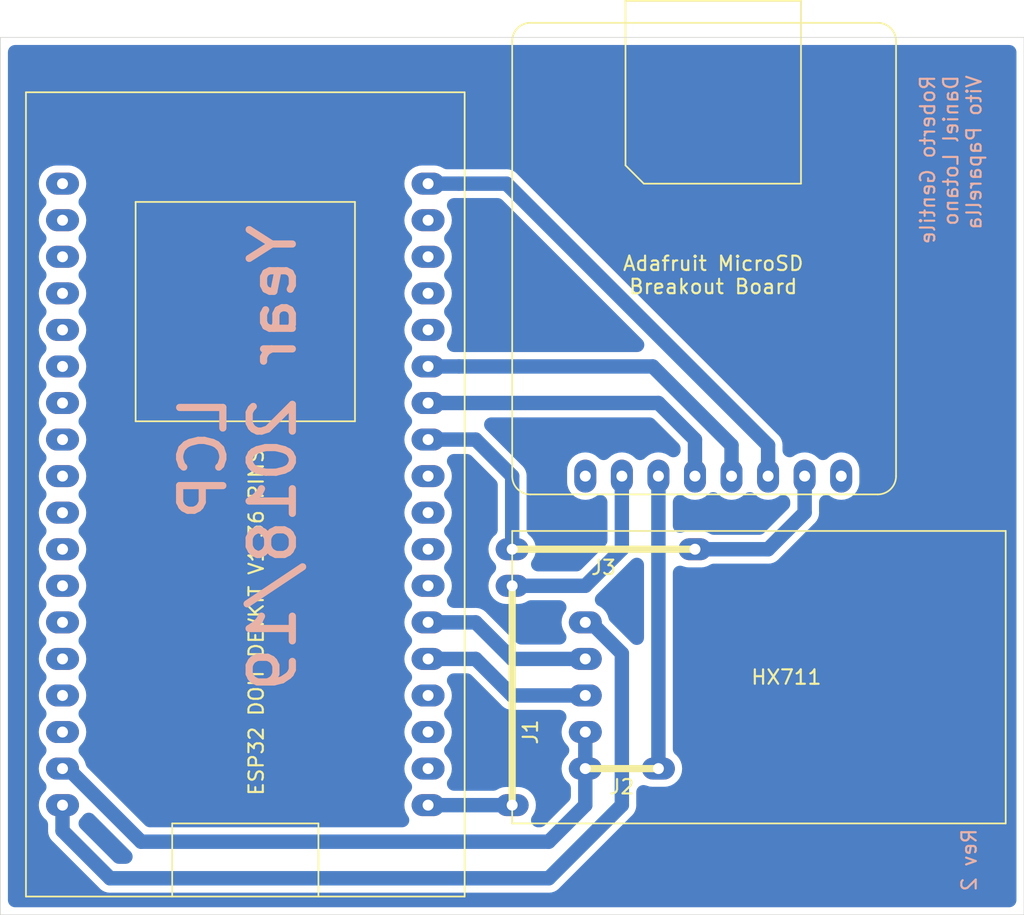
<source format=kicad_pcb>
(kicad_pcb (version 20171130) (host pcbnew "(5.1.0)-1")

  (general
    (thickness 1.6)
    (drawings 16)
    (tracks 41)
    (zones 0)
    (modules 9)
    (nets 42)
  )

  (page A4)
  (layers
    (0 F.Cu signal)
    (31 B.Cu signal)
    (32 B.Adhes user)
    (33 F.Adhes user hide)
    (34 B.Paste user)
    (35 F.Paste user)
    (36 B.SilkS user)
    (37 F.SilkS user)
    (38 B.Mask user hide)
    (39 F.Mask user hide)
    (40 Dwgs.User user hide)
    (41 Cmts.User user hide)
    (42 Eco1.User user hide)
    (43 Eco2.User user hide)
    (44 Edge.Cuts user)
    (45 Margin user hide)
    (46 B.CrtYd user hide)
    (47 F.CrtYd user hide)
    (48 B.Fab user hide)
    (49 F.Fab user hide)
  )

  (setup
    (last_trace_width 1)
    (trace_clearance 0.3)
    (zone_clearance 0.5)
    (zone_45_only no)
    (trace_min 0.2)
    (via_size 0.8)
    (via_drill 0.4)
    (via_min_size 0.4)
    (via_min_drill 0.3)
    (uvia_size 0.3)
    (uvia_drill 0.1)
    (uvias_allowed no)
    (uvia_min_size 0.2)
    (uvia_min_drill 0.1)
    (edge_width 0.05)
    (segment_width 0.2)
    (pcb_text_width 0.3)
    (pcb_text_size 1.5 1.5)
    (mod_edge_width 0.12)
    (mod_text_size 1 1)
    (mod_text_width 0.15)
    (pad_size 1.524 1.524)
    (pad_drill 0.762)
    (pad_to_mask_clearance 0.051)
    (solder_mask_min_width 0.25)
    (aux_axis_origin 101.6 104.14)
    (visible_elements 7FFFFFFF)
    (pcbplotparams
      (layerselection 0x010fc_fffffffe)
      (usegerberextensions false)
      (usegerberattributes false)
      (usegerberadvancedattributes false)
      (creategerberjobfile true)
      (excludeedgelayer true)
      (linewidth 0.100000)
      (plotframeref false)
      (viasonmask false)
      (mode 1)
      (useauxorigin true)
      (hpglpennumber 1)
      (hpglpenspeed 20)
      (hpglpendiameter 15.000000)
      (psnegative false)
      (psa4output false)
      (plotreference false)
      (plotvalue false)
      (plotinvisibletext false)
      (padsonsilk false)
      (subtractmaskfromsilk false)
      (outputformat 1)
      (mirror false)
      (drillshape 0)
      (scaleselection 1)
      (outputdirectory "Gerber_files/"))
  )

  (net 0 "")
  (net 1 "Net-(U1-Pad1)")
  (net 2 "Net-(U1-Pad2)")
  (net 3 "Net-(U1-Pad3)")
  (net 4 "Net-(U1-Pad4)")
  (net 5 "Net-(U1-Pad5)")
  (net 6 "Net-(U1-Pad6)")
  (net 7 "Net-(U1-Pad7)")
  (net 8 "Net-(U1-Pad8)")
  (net 9 "Net-(U1-Pad9)")
  (net 10 "Net-(U1-Pad10)")
  (net 11 "Net-(U1-Pad11)")
  (net 12 "Net-(U1-Pad12)")
  (net 13 "Net-(U1-Pad13)")
  (net 14 "Net-(U1-Pad14)")
  (net 15 "Net-(U1-Pad15)")
  (net 16 "Net-(U1-Pad16)")
  (net 17 GND)
  (net 18 5V)
  (net 19 "Net-(U1-Pad20)")
  (net 20 "Net-(U1-Pad21)")
  (net 21 "Net-(U1-Pad22)")
  (net 22 DT)
  (net 23 SCK)
  (net 24 "Net-(U1-Pad25)")
  (net 25 "Net-(U1-Pad26)")
  (net 26 "Net-(U1-Pad27)")
  (net 27 "Net-(U1-Pad28)")
  (net 28 CLK)
  (net 29 DO)
  (net 30 "Net-(U1-Pad32)")
  (net 31 "Net-(U1-Pad33)")
  (net 32 "Net-(U1-Pad34)")
  (net 33 "Net-(U1-Pad35)")
  (net 34 DI)
  (net 35 "Net-(U3-Pad1)")
  (net 36 "Net-(U3-Pad8)")
  (net 37 3V3_1)
  (net 38 3V3_2)
  (net 39 GND_1)
  (net 40 CS_1)
  (net 41 CS_2)

  (net_class Default "This is the default net class."
    (clearance 0.3)
    (trace_width 1)
    (via_dia 0.8)
    (via_drill 0.4)
    (uvia_dia 0.3)
    (uvia_drill 0.1)
    (add_net 3V3_1)
    (add_net 3V3_2)
    (add_net 5V)
    (add_net CLK)
    (add_net CS_1)
    (add_net CS_2)
    (add_net DI)
    (add_net DO)
    (add_net DT)
    (add_net GND)
    (add_net GND_1)
    (add_net "Net-(U1-Pad1)")
    (add_net "Net-(U1-Pad10)")
    (add_net "Net-(U1-Pad11)")
    (add_net "Net-(U1-Pad12)")
    (add_net "Net-(U1-Pad13)")
    (add_net "Net-(U1-Pad14)")
    (add_net "Net-(U1-Pad15)")
    (add_net "Net-(U1-Pad16)")
    (add_net "Net-(U1-Pad2)")
    (add_net "Net-(U1-Pad20)")
    (add_net "Net-(U1-Pad21)")
    (add_net "Net-(U1-Pad22)")
    (add_net "Net-(U1-Pad25)")
    (add_net "Net-(U1-Pad26)")
    (add_net "Net-(U1-Pad27)")
    (add_net "Net-(U1-Pad28)")
    (add_net "Net-(U1-Pad3)")
    (add_net "Net-(U1-Pad32)")
    (add_net "Net-(U1-Pad33)")
    (add_net "Net-(U1-Pad34)")
    (add_net "Net-(U1-Pad35)")
    (add_net "Net-(U1-Pad4)")
    (add_net "Net-(U1-Pad5)")
    (add_net "Net-(U1-Pad6)")
    (add_net "Net-(U1-Pad7)")
    (add_net "Net-(U1-Pad8)")
    (add_net "Net-(U1-Pad9)")
    (add_net "Net-(U3-Pad1)")
    (add_net "Net-(U3-Pad8)")
    (add_net SCK)
  )

  (module ESP32-DEVKIT-V1:ESP32-DEVKIT-V1 (layer F.Cu) (tedit 5D15BA6F) (tstamp 5D160E09)
    (at 118.618 73.66)
    (path /5D15D0E4)
    (fp_text reference U1 (at 0 0) (layer F.SilkS) hide
      (effects (font (size 1 1) (thickness 0.15)))
    )
    (fp_text value ESP32 (at 0 -1.778) (layer F.Fab)
      (effects (font (size 1 1) (thickness 0.15)))
    )
    (fp_line (start -15.24 -26.67) (end 15.24 -26.67) (layer F.SilkS) (width 0.12))
    (fp_line (start 15.24 -26.67) (end 15.24 29.21) (layer F.SilkS) (width 0.12))
    (fp_line (start 15.24 29.21) (end -15.24 29.21) (layer F.SilkS) (width 0.12))
    (fp_line (start -15.24 29.21) (end -15.24 -26.67) (layer F.SilkS) (width 0.12))
    (fp_line (start -5.08 29.21) (end -5.08 24.13) (layer F.SilkS) (width 0.12))
    (fp_line (start -5.08 24.13) (end 5.08 24.13) (layer F.SilkS) (width 0.12))
    (fp_line (start 5.08 24.13) (end 5.08 29.21) (layer F.SilkS) (width 0.12))
    (fp_line (start -7.62 -19.05) (end -7.62 -3.81) (layer F.SilkS) (width 0.12))
    (fp_line (start -7.62 -3.81) (end 7.62 -3.81) (layer F.SilkS) (width 0.12))
    (fp_line (start 7.62 -3.81) (end 7.62 -19.05) (layer F.SilkS) (width 0.12))
    (fp_line (start 7.62 -19.05) (end -7.62 -19.05) (layer F.SilkS) (width 0.12))
    (pad 1 thru_hole oval (at -12.7 -20.32) (size 2.286 1.524) (drill 0.762) (layers *.Cu *.Mask)
      (net 1 "Net-(U1-Pad1)"))
    (pad 2 thru_hole oval (at -12.7 -17.78) (size 2.286 1.524) (drill 0.762) (layers *.Cu *.Mask)
      (net 2 "Net-(U1-Pad2)"))
    (pad 3 thru_hole oval (at -12.7 -15.24) (size 2.286 1.524) (drill 0.762) (layers *.Cu *.Mask)
      (net 3 "Net-(U1-Pad3)"))
    (pad 4 thru_hole oval (at -12.7 -12.7) (size 2.286 1.524) (drill 0.762) (layers *.Cu *.Mask)
      (net 4 "Net-(U1-Pad4)"))
    (pad 5 thru_hole oval (at -12.7 -10.16) (size 2.286 1.524) (drill 0.762) (layers *.Cu *.Mask)
      (net 5 "Net-(U1-Pad5)"))
    (pad 6 thru_hole oval (at -12.7 -7.62) (size 2.286 1.524) (drill 0.762) (layers *.Cu *.Mask)
      (net 6 "Net-(U1-Pad6)"))
    (pad 7 thru_hole oval (at -12.7 -5.08) (size 2.286 1.524) (drill 0.762) (layers *.Cu *.Mask)
      (net 7 "Net-(U1-Pad7)"))
    (pad 8 thru_hole oval (at -12.7 -2.54) (size 2.286 1.524) (drill 0.762) (layers *.Cu *.Mask)
      (net 8 "Net-(U1-Pad8)"))
    (pad 9 thru_hole oval (at -12.7 0) (size 2.286 1.524) (drill 0.762) (layers *.Cu *.Mask)
      (net 9 "Net-(U1-Pad9)"))
    (pad 10 thru_hole oval (at -12.7 2.54) (size 2.286 1.524) (drill 0.762) (layers *.Cu *.Mask)
      (net 10 "Net-(U1-Pad10)"))
    (pad 11 thru_hole oval (at -12.7 5.08) (size 2.286 1.524) (drill 0.762) (layers *.Cu *.Mask)
      (net 11 "Net-(U1-Pad11)"))
    (pad 12 thru_hole oval (at -12.7 7.62) (size 2.286 1.524) (drill 0.762) (layers *.Cu *.Mask)
      (net 12 "Net-(U1-Pad12)"))
    (pad 13 thru_hole oval (at -12.7 10.16) (size 2.286 1.524) (drill 0.762) (layers *.Cu *.Mask)
      (net 13 "Net-(U1-Pad13)"))
    (pad 14 thru_hole oval (at -12.7 12.7) (size 2.286 1.524) (drill 0.762) (layers *.Cu *.Mask)
      (net 14 "Net-(U1-Pad14)"))
    (pad 15 thru_hole oval (at -12.7 15.24) (size 2.286 1.524) (drill 0.762) (layers *.Cu *.Mask)
      (net 15 "Net-(U1-Pad15)"))
    (pad 16 thru_hole oval (at -12.7 17.78) (size 2.286 1.524) (drill 0.762) (layers *.Cu *.Mask)
      (net 16 "Net-(U1-Pad16)"))
    (pad 17 thru_hole oval (at -12.7 20.32) (size 2.286 1.524) (drill 0.762) (layers *.Cu *.Mask)
      (net 17 GND))
    (pad 18 thru_hole oval (at -12.7 22.86) (size 2.286 1.524) (drill 0.762) (layers *.Cu *.Mask)
      (net 18 5V))
    (pad 19 thru_hole oval (at 12.7 22.86) (size 2.286 1.524) (drill 0.762) (layers *.Cu *.Mask)
      (net 38 3V3_2))
    (pad 20 thru_hole oval (at 12.7 20.32) (size 2.286 1.524) (drill 0.762) (layers *.Cu *.Mask)
      (net 19 "Net-(U1-Pad20)"))
    (pad 21 thru_hole oval (at 12.7 17.78) (size 2.286 1.524) (drill 0.762) (layers *.Cu *.Mask)
      (net 20 "Net-(U1-Pad21)"))
    (pad 22 thru_hole oval (at 12.7 15.24) (size 2.286 1.524) (drill 0.762) (layers *.Cu *.Mask)
      (net 21 "Net-(U1-Pad22)"))
    (pad 23 thru_hole oval (at 12.7 12.7) (size 2.286 1.524) (drill 0.762) (layers *.Cu *.Mask)
      (net 22 DT))
    (pad 24 thru_hole oval (at 12.7 10.16) (size 2.286 1.524) (drill 0.762) (layers *.Cu *.Mask)
      (net 23 SCK))
    (pad 25 thru_hole oval (at 12.7 7.62) (size 2.286 1.524) (drill 0.762) (layers *.Cu *.Mask)
      (net 24 "Net-(U1-Pad25)"))
    (pad 26 thru_hole oval (at 12.7 5.08) (size 2.286 1.524) (drill 0.762) (layers *.Cu *.Mask)
      (net 25 "Net-(U1-Pad26)"))
    (pad 27 thru_hole oval (at 12.7 2.54) (size 2.286 1.524) (drill 0.762) (layers *.Cu *.Mask)
      (net 26 "Net-(U1-Pad27)"))
    (pad 28 thru_hole oval (at 12.7 0) (size 2.286 1.524) (drill 0.762) (layers *.Cu *.Mask)
      (net 27 "Net-(U1-Pad28)"))
    (pad 29 thru_hole oval (at 12.7 -2.54) (size 2.286 1.524) (drill 0.762) (layers *.Cu *.Mask)
      (net 41 CS_2))
    (pad 30 thru_hole oval (at 12.7 -5.08) (size 2.286 1.524) (drill 0.762) (layers *.Cu *.Mask)
      (net 28 CLK))
    (pad 31 thru_hole oval (at 12.7 -7.62) (size 2.286 1.524) (drill 0.762) (layers *.Cu *.Mask)
      (net 29 DO))
    (pad 32 thru_hole oval (at 12.7 -10.16) (size 2.286 1.524) (drill 0.762) (layers *.Cu *.Mask)
      (net 30 "Net-(U1-Pad32)"))
    (pad 33 thru_hole oval (at 12.7 -12.7) (size 2.286 1.524) (drill 0.762) (layers *.Cu *.Mask)
      (net 31 "Net-(U1-Pad33)"))
    (pad 34 thru_hole oval (at 12.7 -15.24) (size 2.286 1.524) (drill 0.762) (layers *.Cu *.Mask)
      (net 32 "Net-(U1-Pad34)"))
    (pad 35 thru_hole oval (at 12.7 -17.78) (size 2.286 1.524) (drill 0.762) (layers *.Cu *.Mask)
      (net 33 "Net-(U1-Pad35)"))
    (pad 36 thru_hole oval (at 12.7 -20.32) (size 2.286 1.524) (drill 0.762) (layers *.Cu *.Mask)
      (net 34 DI))
  )

  (module ESP32-DEVKIT-V1:HX711 (layer F.Cu) (tedit 5D15BA48) (tstamp 5D160E15)
    (at 154.94 88.9 180)
    (path /5D15E078)
    (fp_text reference U2 (at 0.254 2.286 180) (layer F.SilkS) hide
      (effects (font (size 1 1) (thickness 0.15)))
    )
    (fp_text value HX711 (at -0.039199 -0.117799 180) (layer F.Fab)
      (effects (font (size 1 1) (thickness 0.15)))
    )
    (fp_line (start 17.78 -8.89) (end 17.78 11.43) (layer F.SilkS) (width 0.12))
    (fp_line (start 17.78 -8.89) (end -16.51 -8.89) (layer F.SilkS) (width 0.12))
    (fp_line (start -16.51 -8.89) (end -16.51 11.43) (layer F.SilkS) (width 0.12))
    (fp_line (start -16.51 11.43) (end 17.78 11.43) (layer F.SilkS) (width 0.12))
    (pad 1 thru_hole oval (at 12.7 -2.54 180) (size 2.286 1.524) (drill 0.762) (layers *.Cu *.Mask)
      (net 17 GND))
    (pad 2 thru_hole oval (at 12.7 0 180) (size 2.286 1.524) (drill 0.762) (layers *.Cu *.Mask)
      (net 22 DT))
    (pad 3 thru_hole oval (at 12.7 2.54 180) (size 2.286 1.524) (drill 0.762) (layers *.Cu *.Mask)
      (net 23 SCK))
    (pad 4 thru_hole oval (at 12.7 5.08 180) (size 2.286 1.524) (drill 0.762) (layers *.Cu *.Mask)
      (net 18 5V))
  )

  (module ESP32-DEVKIT-V1:MICRO-SD-BOARD (layer F.Cu) (tedit 5D15BA5D) (tstamp 5D160E2E)
    (at 152.4 58.42 270)
    (path /5D15E701)
    (fp_text reference U3 (at 1.778 1.016 270) (layer F.SilkS) hide
      (effects (font (size 1 1) (thickness 0.15)))
    )
    (fp_text value MICRO-SD-BOARD (at 2.032 -1.016 270) (layer F.Fab)
      (effects (font (size 1 1) (thickness 0.15)))
    )
    (fp_line (start 16.51 -10.16) (end 16.51 13.97) (layer F.SilkS) (width 0.12))
    (fp_line (start 15.24 15.24) (end -14.986 15.24) (layer F.SilkS) (width 0.12))
    (fp_line (start -16.256 13.97) (end -16.256 -10.16) (layer F.SilkS) (width 0.12))
    (fp_line (start -14.986 -11.43) (end 15.24 -11.43) (layer F.SilkS) (width 0.12))
    (fp_line (start -17.78 -4.826) (end -17.78 7.366) (layer F.SilkS) (width 0.12))
    (fp_line (start -17.78 7.366) (end -6.35 7.366) (layer F.SilkS) (width 0.12))
    (fp_line (start -5.08 6.096) (end -5.08 -4.826) (layer F.SilkS) (width 0.12))
    (fp_line (start -5.08 -4.826) (end -17.78 -4.826) (layer F.SilkS) (width 0.12))
    (fp_line (start -5.08 6.096) (end -6.35 7.366) (layer F.SilkS) (width 0.12))
    (fp_arc (start -14.986 -10.16) (end -14.986 -11.43) (angle -90) (layer F.SilkS) (width 0.12))
    (fp_arc (start -14.986 13.97) (end -16.256 13.97) (angle -90) (layer F.SilkS) (width 0.12))
    (fp_arc (start 15.24 13.97) (end 15.24 15.24) (angle -90) (layer F.SilkS) (width 0.12))
    (fp_arc (start 15.24 -10.16) (end 16.51 -10.16) (angle -90) (layer F.SilkS) (width 0.12))
    (pad 1 thru_hole oval (at 15.24 -7.62 270) (size 2.286 1.524) (drill 0.762) (layers *.Cu *.Mask)
      (net 35 "Net-(U3-Pad1)"))
    (pad 2 thru_hole oval (at 15.24 -5.08 270) (size 2.286 1.524) (drill 0.762) (layers *.Cu *.Mask)
      (net 40 CS_1))
    (pad 3 thru_hole oval (at 15.24 -2.54 270) (size 2.286 1.524) (drill 0.762) (layers *.Cu *.Mask)
      (net 34 DI))
    (pad 4 thru_hole oval (at 15.24 0 270) (size 2.286 1.524) (drill 0.762) (layers *.Cu *.Mask)
      (net 29 DO))
    (pad 5 thru_hole oval (at 15.24 2.54 270) (size 2.286 1.524) (drill 0.762) (layers *.Cu *.Mask)
      (net 28 CLK))
    (pad 6 thru_hole oval (at 15.24 5.08 270) (size 2.286 1.524) (drill 0.762) (layers *.Cu *.Mask)
      (net 39 GND_1))
    (pad 7 thru_hole oval (at 15.24 7.62 270) (size 2.286 1.524) (drill 0.762) (layers *.Cu *.Mask)
      (net 37 3V3_1))
    (pad 8 thru_hole oval (at 15.24 10.16 270) (size 2.286 1.524) (drill 0.762) (layers *.Cu *.Mask)
      (net 36 "Net-(U3-Pad8)"))
  )

  (module ESP32-DEVKIT-V1:PAD (layer F.Cu) (tedit 5D15C3EF) (tstamp 5D161364)
    (at 137.16 81.28)
    (path /5D164CF7)
    (fp_text reference J1 (at 0 -2.54) (layer F.SilkS) hide
      (effects (font (size 1 1) (thickness 0.15)))
    )
    (fp_text value HEADER-1x01 (at 0 -3.81) (layer F.Fab) hide
      (effects (font (size 1 1) (thickness 0.15)))
    )
    (pad 1 thru_hole oval (at 0 0) (size 2.286 1.524) (drill 0.762) (layers *.Cu *.Mask)
      (net 37 3V3_1))
  )

  (module ESP32-DEVKIT-V1:PAD (layer F.Cu) (tedit 5D15C3EF) (tstamp 5D161369)
    (at 137.16 96.52)
    (path /5D166180)
    (fp_text reference J2 (at 0 -2.54) (layer F.SilkS) hide
      (effects (font (size 1 1) (thickness 0.15)))
    )
    (fp_text value HEADER-1x01 (at 0 -3.81) (layer F.Fab) hide
      (effects (font (size 1 1) (thickness 0.15)))
    )
    (pad 1 thru_hole oval (at 0 0) (size 2.286 1.524) (drill 0.762) (layers *.Cu *.Mask)
      (net 38 3V3_2))
  )

  (module ESP32-DEVKIT-V1:PAD (layer F.Cu) (tedit 5D15C3EF) (tstamp 5D16136E)
    (at 147.32 93.98)
    (path /5D1662E9)
    (fp_text reference J3 (at 0 -2.54) (layer F.SilkS) hide
      (effects (font (size 1 1) (thickness 0.15)))
    )
    (fp_text value HEADER-1x01 (at 0 -3.81) (layer F.Fab) hide
      (effects (font (size 1 1) (thickness 0.15)))
    )
    (pad 1 thru_hole oval (at 0 0) (size 2.286 1.524) (drill 0.762) (layers *.Cu *.Mask)
      (net 39 GND_1))
  )

  (module ESP32-DEVKIT-V1:PAD (layer F.Cu) (tedit 5D15C3EF) (tstamp 5D161373)
    (at 142.24 93.98)
    (path /5D1664C0)
    (fp_text reference J4 (at 0 -2.54) (layer F.SilkS) hide
      (effects (font (size 1 1) (thickness 0.15)))
    )
    (fp_text value HEADER-1x01 (at 0 -3.81) (layer F.Fab) hide
      (effects (font (size 1 1) (thickness 0.15)))
    )
    (pad 1 thru_hole oval (at 0 0) (size 2.286 1.524) (drill 0.762) (layers *.Cu *.Mask)
      (net 17 GND))
  )

  (module ESP32-DEVKIT-V1:PAD (layer F.Cu) (tedit 5D15C3EF) (tstamp 5D161414)
    (at 149.86 78.74)
    (path /5D1692C2)
    (fp_text reference J5 (at 0 -2.54) (layer F.SilkS) hide
      (effects (font (size 1 1) (thickness 0.15)))
    )
    (fp_text value HEADER-1x01 (at 0 -3.81) (layer F.Fab) hide
      (effects (font (size 1 1) (thickness 0.15)))
    )
    (pad 1 thru_hole oval (at 0 0) (size 2.286 1.524) (drill 0.762) (layers *.Cu *.Mask)
      (net 40 CS_1))
  )

  (module ESP32-DEVKIT-V1:PAD (layer F.Cu) (tedit 5D15C3EF) (tstamp 5D161419)
    (at 137.16 78.74)
    (path /5D1693EA)
    (fp_text reference J6 (at 0 -2.54) (layer F.SilkS) hide
      (effects (font (size 1 1) (thickness 0.15)))
    )
    (fp_text value HEADER-1x01 (at 0 -3.81) (layer F.Fab) hide
      (effects (font (size 1 1) (thickness 0.15)))
    )
    (pad 1 thru_hole oval (at 0 0) (size 2.286 1.524) (drill 0.762) (layers *.Cu *.Mask)
      (net 41 CS_2))
  )

  (gr_text J3 (at 143.51 80.01) (layer F.SilkS)
    (effects (font (size 1 1) (thickness 0.15)))
  )
  (gr_text J2 (at 144.78 95.25) (layer F.SilkS)
    (effects (font (size 1 1) (thickness 0.15)))
  )
  (gr_text J1 (at 138.43 91.44 90) (layer F.SilkS)
    (effects (font (size 1 1) (thickness 0.15)))
  )
  (gr_text HX711 (at 156.21 87.63) (layer F.SilkS)
    (effects (font (size 1 1) (thickness 0.15)))
  )
  (gr_text "Adafruit MicroSD\nBreakout Board" (at 151.13 59.69) (layer F.SilkS)
    (effects (font (size 1 1) (thickness 0.15)))
  )
  (gr_text "ESP32 DOIT DEVKIT V1 36 PINS" (at 119.38 83.82 90) (layer F.SilkS)
    (effects (font (size 1 1) (thickness 0.15)))
  )
  (gr_text "Rev 2" (at 168.91 100.33 90) (layer B.SilkS)
    (effects (font (size 1 1) (thickness 0.15)) (justify mirror))
  )
  (gr_text "Roberto Gentile\nDaniel Lotano\nVito Paparella" (at 167.64 45.72 90) (layer B.SilkS)
    (effects (font (size 1 1) (thickness 0.15)) (justify left mirror))
  )
  (gr_text "LCP\nYear 2018/19" (at 118.11 72.39 90) (layer B.SilkS)
    (effects (font (size 3 3) (thickness 0.5)) (justify mirror))
  )
  (gr_line (start 142.24 93.98) (end 147.32 93.98) (layer F.SilkS) (width 0.5))
  (gr_line (start 101.6 104.14) (end 101.6 43.18) (layer Edge.Cuts) (width 0.05) (tstamp 5D161641))
  (gr_line (start 172.72 104.14) (end 101.6 104.14) (layer Edge.Cuts) (width 0.05))
  (gr_line (start 172.72 43.18) (end 172.72 104.14) (layer Edge.Cuts) (width 0.05))
  (gr_line (start 101.6 43.18) (end 172.72 43.18) (layer Edge.Cuts) (width 0.05))
  (gr_line (start 137.16 81.28) (end 137.16 96.52) (layer F.SilkS) (width 0.5))
  (gr_line (start 149.86 78.74) (end 137.16 78.74) (layer F.SilkS) (width 0.5))

  (segment (start 106.299 93.98) (end 105.918 93.98) (width 1) (layer F.Cu) (net 17))
  (segment (start 111.379 99.06) (end 106.299 93.98) (width 1) (layer B.Cu) (net 17))
  (segment (start 139.7 99.06) (end 111.379 99.06) (width 1) (layer B.Cu) (net 17))
  (segment (start 142.24 91.44) (end 142.24 96.52) (width 1) (layer B.Cu) (net 17))
  (segment (start 142.24 96.52) (end 139.7 99.06) (width 1) (layer B.Cu) (net 17))
  (segment (start 105.918 98.298) (end 105.918 96.52) (width 1) (layer B.Cu) (net 18))
  (segment (start 142.621 83.82) (end 144.78 85.979) (width 1) (layer B.Cu) (net 18))
  (segment (start 142.24 83.82) (end 142.621 83.82) (width 1) (layer F.Cu) (net 18))
  (segment (start 144.78 85.979) (end 144.78 96.52) (width 1) (layer B.Cu) (net 18))
  (segment (start 144.78 96.52) (end 139.7 101.6) (width 1) (layer B.Cu) (net 18))
  (segment (start 139.7 101.6) (end 109.22 101.6) (width 1) (layer B.Cu) (net 18))
  (segment (start 109.22 101.6) (end 105.918 98.298) (width 1) (layer B.Cu) (net 18))
  (segment (start 142.24 88.9) (end 137.16 88.9) (width 1) (layer B.Cu) (net 22))
  (segment (start 137.16 88.9) (end 134.62 86.36) (width 1) (layer B.Cu) (net 22))
  (segment (start 134.62 86.36) (end 131.318 86.36) (width 1) (layer B.Cu) (net 22))
  (segment (start 142.24 86.36) (end 141.859 86.36) (width 1) (layer F.Cu) (net 23))
  (segment (start 142.24 86.36) (end 137.16 86.36) (width 1) (layer B.Cu) (net 23))
  (segment (start 137.16 86.36) (end 134.62 83.82) (width 1) (layer B.Cu) (net 23))
  (segment (start 134.62 83.82) (end 131.318 83.82) (width 1) (layer B.Cu) (net 23))
  (segment (start 149.86 73.66) (end 149.86 71.12) (width 1) (layer B.Cu) (net 28))
  (segment (start 149.86 71.12) (end 147.32 68.58) (width 1) (layer B.Cu) (net 28))
  (segment (start 147.32 68.58) (end 131.318 68.58) (width 1) (layer B.Cu) (net 28))
  (segment (start 133.461 66.04) (end 131.318 66.04) (width 1) (layer B.Cu) (net 29))
  (segment (start 146.923 66.04) (end 133.461 66.04) (width 1) (layer B.Cu) (net 29))
  (segment (start 152.4 71.517) (end 146.923 66.04) (width 1) (layer B.Cu) (net 29))
  (segment (start 152.4 73.66) (end 152.4 71.517) (width 1) (layer B.Cu) (net 29))
  (segment (start 133.461 53.34) (end 131.318 53.34) (width 1) (layer B.Cu) (net 34))
  (segment (start 136.763 53.34) (end 133.461 53.34) (width 1) (layer B.Cu) (net 34))
  (segment (start 154.94 71.517) (end 136.763 53.34) (width 1) (layer B.Cu) (net 34))
  (segment (start 154.94 73.66) (end 154.94 71.517) (width 1) (layer B.Cu) (net 34))
  (segment (start 142.24 81.28) (end 137.16 81.28) (width 1) (layer B.Cu) (net 37))
  (segment (start 144.78 73.66) (end 144.78 78.74) (width 1) (layer B.Cu) (net 37))
  (segment (start 144.78 78.74) (end 142.24 81.28) (width 1) (layer B.Cu) (net 37))
  (segment (start 137.16 96.52) (end 131.318 96.52) (width 1) (layer B.Cu) (net 38))
  (segment (start 147.32 73.66) (end 147.32 93.98) (width 1) (layer B.Cu) (net 39))
  (segment (start 154.94 78.74) (end 149.86 78.74) (width 1) (layer B.Cu) (net 40))
  (segment (start 157.48 73.66) (end 157.48 76.2) (width 1) (layer B.Cu) (net 40))
  (segment (start 157.48 76.2) (end 154.94 78.74) (width 1) (layer B.Cu) (net 40))
  (segment (start 137.16 78.74) (end 137.16 73.66) (width 1) (layer B.Cu) (net 41))
  (segment (start 137.16 73.66) (end 134.62 71.12) (width 1) (layer B.Cu) (net 41))
  (segment (start 134.62 71.12) (end 131.318 71.12) (width 1) (layer B.Cu) (net 41))

  (zone (net 0) (net_name "") (layer B.Cu) (tstamp 5D1616C1) (hatch edge 0.508)
    (connect_pads (clearance 0.5))
    (min_thickness 1)
    (fill yes (arc_segments 32) (thermal_gap 1.1) (thermal_bridge_width 1.1))
    (polygon
      (pts
        (xy 101.6 43.18) (xy 172.72 43.18) (xy 172.72 104.14) (xy 101.6 104.14)
      )
    )
    (filled_polygon
      (pts
        (xy 171.695001 103.115) (xy 102.625 103.115) (xy 102.625 53.34) (xy 103.766475 53.34) (xy 103.800495 53.685412)
        (xy 103.901248 54.017551) (xy 104.064862 54.323651) (xy 104.28505 54.59195) (xy 104.307044 54.61) (xy 104.28505 54.62805)
        (xy 104.064862 54.896349) (xy 103.901248 55.202449) (xy 103.800495 55.534588) (xy 103.766475 55.88) (xy 103.800495 56.225412)
        (xy 103.901248 56.557551) (xy 104.064862 56.863651) (xy 104.28505 57.13195) (xy 104.307044 57.15) (xy 104.28505 57.16805)
        (xy 104.064862 57.436349) (xy 103.901248 57.742449) (xy 103.800495 58.074588) (xy 103.766475 58.42) (xy 103.800495 58.765412)
        (xy 103.901248 59.097551) (xy 104.064862 59.403651) (xy 104.28505 59.67195) (xy 104.307044 59.69) (xy 104.28505 59.70805)
        (xy 104.064862 59.976349) (xy 103.901248 60.282449) (xy 103.800495 60.614588) (xy 103.766475 60.96) (xy 103.800495 61.305412)
        (xy 103.901248 61.637551) (xy 104.064862 61.943651) (xy 104.28505 62.21195) (xy 104.307044 62.23) (xy 104.28505 62.24805)
        (xy 104.064862 62.516349) (xy 103.901248 62.822449) (xy 103.800495 63.154588) (xy 103.766475 63.5) (xy 103.800495 63.845412)
        (xy 103.901248 64.177551) (xy 104.064862 64.483651) (xy 104.28505 64.75195) (xy 104.307044 64.77) (xy 104.28505 64.78805)
        (xy 104.064862 65.056349) (xy 103.901248 65.362449) (xy 103.800495 65.694588) (xy 103.766475 66.04) (xy 103.800495 66.385412)
        (xy 103.901248 66.717551) (xy 104.064862 67.023651) (xy 104.28505 67.29195) (xy 104.307044 67.31) (xy 104.28505 67.32805)
        (xy 104.064862 67.596349) (xy 103.901248 67.902449) (xy 103.800495 68.234588) (xy 103.766475 68.58) (xy 103.800495 68.925412)
        (xy 103.901248 69.257551) (xy 104.064862 69.563651) (xy 104.28505 69.83195) (xy 104.307044 69.85) (xy 104.28505 69.86805)
        (xy 104.064862 70.136349) (xy 103.901248 70.442449) (xy 103.800495 70.774588) (xy 103.766475 71.12) (xy 103.800495 71.465412)
        (xy 103.901248 71.797551) (xy 104.064862 72.103651) (xy 104.28505 72.37195) (xy 104.307044 72.39) (xy 104.28505 72.40805)
        (xy 104.064862 72.676349) (xy 103.901248 72.982449) (xy 103.800495 73.314588) (xy 103.766475 73.66) (xy 103.800495 74.005412)
        (xy 103.901248 74.337551) (xy 104.064862 74.643651) (xy 104.28505 74.91195) (xy 104.307044 74.93) (xy 104.28505 74.94805)
        (xy 104.064862 75.216349) (xy 103.901248 75.522449) (xy 103.800495 75.854588) (xy 103.766475 76.2) (xy 103.800495 76.545412)
        (xy 103.901248 76.877551) (xy 104.064862 77.183651) (xy 104.28505 77.45195) (xy 104.307044 77.47) (xy 104.28505 77.48805)
        (xy 104.064862 77.756349) (xy 103.901248 78.062449) (xy 103.800495 78.394588) (xy 103.766475 78.74) (xy 103.800495 79.085412)
        (xy 103.901248 79.417551) (xy 104.064862 79.723651) (xy 104.28505 79.99195) (xy 104.307044 80.01) (xy 104.28505 80.02805)
        (xy 104.064862 80.296349) (xy 103.901248 80.602449) (xy 103.800495 80.934588) (xy 103.766475 81.28) (xy 103.800495 81.625412)
        (xy 103.901248 81.957551) (xy 104.064862 82.263651) (xy 104.28505 82.53195) (xy 104.307044 82.55) (xy 104.28505 82.56805)
        (xy 104.064862 82.836349) (xy 103.901248 83.142449) (xy 103.800495 83.474588) (xy 103.766475 83.82) (xy 103.800495 84.165412)
        (xy 103.901248 84.497551) (xy 104.064862 84.803651) (xy 104.28505 85.07195) (xy 104.307044 85.09) (xy 104.28505 85.10805)
        (xy 104.064862 85.376349) (xy 103.901248 85.682449) (xy 103.800495 86.014588) (xy 103.766475 86.36) (xy 103.800495 86.705412)
        (xy 103.901248 87.037551) (xy 104.064862 87.343651) (xy 104.28505 87.61195) (xy 104.307044 87.63) (xy 104.28505 87.64805)
        (xy 104.064862 87.916349) (xy 103.901248 88.222449) (xy 103.800495 88.554588) (xy 103.766475 88.9) (xy 103.800495 89.245412)
        (xy 103.901248 89.577551) (xy 104.064862 89.883651) (xy 104.28505 90.15195) (xy 104.307044 90.17) (xy 104.28505 90.18805)
        (xy 104.064862 90.456349) (xy 103.901248 90.762449) (xy 103.800495 91.094588) (xy 103.766475 91.44) (xy 103.800495 91.785412)
        (xy 103.901248 92.117551) (xy 104.064862 92.423651) (xy 104.28505 92.69195) (xy 104.307044 92.71) (xy 104.28505 92.72805)
        (xy 104.064862 92.996349) (xy 103.901248 93.302449) (xy 103.800495 93.634588) (xy 103.766475 93.98) (xy 103.800495 94.325412)
        (xy 103.901248 94.657551) (xy 104.064862 94.963651) (xy 104.28505 95.23195) (xy 104.307044 95.25) (xy 104.28505 95.26805)
        (xy 104.064862 95.536349) (xy 103.901248 95.842449) (xy 103.800495 96.174588) (xy 103.766475 96.52) (xy 103.800495 96.865412)
        (xy 103.901248 97.197551) (xy 104.064862 97.503651) (xy 104.28505 97.77195) (xy 104.418 97.88106) (xy 104.418 98.22432)
        (xy 104.410743 98.298) (xy 104.418 98.371679) (xy 104.439705 98.59205) (xy 104.525476 98.874801) (xy 104.664762 99.135386)
        (xy 104.852208 99.363792) (xy 104.90945 99.410769) (xy 108.107235 102.608555) (xy 108.154208 102.665792) (xy 108.382613 102.853238)
        (xy 108.643198 102.992524) (xy 108.925949 103.078295) (xy 109.14632 103.1) (xy 109.146321 103.1) (xy 109.219999 103.107257)
        (xy 109.293677 103.1) (xy 139.62632 103.1) (xy 139.7 103.107257) (xy 139.77368 103.1) (xy 139.994051 103.078295)
        (xy 140.276802 102.992524) (xy 140.537387 102.853238) (xy 140.765792 102.665792) (xy 140.812769 102.60855) (xy 145.788555 97.632765)
        (xy 145.845792 97.585792) (xy 146.033238 97.357387) (xy 146.172524 97.096802) (xy 146.258295 96.814051) (xy 146.28 96.59368)
        (xy 146.287257 96.52) (xy 146.28 96.44632) (xy 146.28 95.621379) (xy 146.593588 95.716505) (xy 146.852444 95.742)
        (xy 147.787556 95.742) (xy 148.046412 95.716505) (xy 148.378551 95.615752) (xy 148.684651 95.452138) (xy 148.95295 95.23195)
        (xy 149.173138 94.963651) (xy 149.336752 94.657551) (xy 149.437505 94.325412) (xy 149.471525 93.98) (xy 149.437505 93.634588)
        (xy 149.336752 93.302449) (xy 149.173138 92.996349) (xy 148.95295 92.72805) (xy 148.82 92.61894) (xy 148.82 80.381379)
        (xy 149.133588 80.476505) (xy 149.392444 80.502) (xy 150.327556 80.502) (xy 150.586412 80.476505) (xy 150.918551 80.375752)
        (xy 151.172525 80.24) (xy 154.86632 80.24) (xy 154.94 80.247257) (xy 155.01368 80.24) (xy 155.234051 80.218295)
        (xy 155.516802 80.132524) (xy 155.777387 79.993238) (xy 156.005792 79.805792) (xy 156.052769 79.74855) (xy 158.488555 77.312765)
        (xy 158.545792 77.265792) (xy 158.733238 77.037387) (xy 158.872524 76.776802) (xy 158.958295 76.494051) (xy 158.98 76.27368)
        (xy 158.98 76.273679) (xy 158.987257 76.200001) (xy 158.98 76.126323) (xy 158.98 75.466893) (xy 159.036349 75.513138)
        (xy 159.342449 75.676752) (xy 159.674588 75.777505) (xy 160.02 75.811525) (xy 160.365411 75.777505) (xy 160.69755 75.676752)
        (xy 161.00365 75.513138) (xy 161.27195 75.29295) (xy 161.492138 75.024651) (xy 161.655752 74.718551) (xy 161.756505 74.386412)
        (xy 161.782 74.127556) (xy 161.782 73.192445) (xy 161.756505 72.933588) (xy 161.655752 72.601449) (xy 161.492138 72.295349)
        (xy 161.27195 72.02705) (xy 161.003651 71.806862) (xy 160.697551 71.643248) (xy 160.365412 71.542495) (xy 160.02 71.508475)
        (xy 159.674589 71.542495) (xy 159.34245 71.643248) (xy 159.03635 71.806862) (xy 158.768051 72.02705) (xy 158.75 72.049044)
        (xy 158.73195 72.02705) (xy 158.463651 71.806862) (xy 158.157551 71.643248) (xy 157.825412 71.542495) (xy 157.48 71.508475)
        (xy 157.134589 71.542495) (xy 156.80245 71.643248) (xy 156.49635 71.806862) (xy 156.44 71.853107) (xy 156.44 71.59068)
        (xy 156.447257 71.517) (xy 156.418295 71.222948) (xy 156.387066 71.119999) (xy 156.332524 70.940198) (xy 156.193238 70.679613)
        (xy 156.005792 70.451208) (xy 155.948555 70.404235) (xy 137.875769 52.33145) (xy 137.828792 52.274208) (xy 137.600387 52.086762)
        (xy 137.339802 51.947476) (xy 137.057051 51.861705) (xy 136.83668 51.84) (xy 136.763 51.832743) (xy 136.68932 51.84)
        (xy 132.630525 51.84) (xy 132.376551 51.704248) (xy 132.044412 51.603495) (xy 131.785556 51.578) (xy 130.850444 51.578)
        (xy 130.591588 51.603495) (xy 130.259449 51.704248) (xy 129.953349 51.867862) (xy 129.68505 52.08805) (xy 129.464862 52.356349)
        (xy 129.301248 52.662449) (xy 129.200495 52.994588) (xy 129.166475 53.34) (xy 129.200495 53.685412) (xy 129.301248 54.017551)
        (xy 129.464862 54.323651) (xy 129.68505 54.59195) (xy 129.707044 54.61) (xy 129.68505 54.62805) (xy 129.464862 54.896349)
        (xy 129.301248 55.202449) (xy 129.200495 55.534588) (xy 129.166475 55.88) (xy 129.200495 56.225412) (xy 129.301248 56.557551)
        (xy 129.464862 56.863651) (xy 129.68505 57.13195) (xy 129.707044 57.15) (xy 129.68505 57.16805) (xy 129.464862 57.436349)
        (xy 129.301248 57.742449) (xy 129.200495 58.074588) (xy 129.166475 58.42) (xy 129.200495 58.765412) (xy 129.301248 59.097551)
        (xy 129.464862 59.403651) (xy 129.68505 59.67195) (xy 129.707044 59.69) (xy 129.68505 59.70805) (xy 129.464862 59.976349)
        (xy 129.301248 60.282449) (xy 129.200495 60.614588) (xy 129.166475 60.96) (xy 129.200495 61.305412) (xy 129.301248 61.637551)
        (xy 129.464862 61.943651) (xy 129.68505 62.21195) (xy 129.707044 62.23) (xy 129.68505 62.24805) (xy 129.464862 62.516349)
        (xy 129.301248 62.822449) (xy 129.200495 63.154588) (xy 129.166475 63.5) (xy 129.200495 63.845412) (xy 129.301248 64.177551)
        (xy 129.464862 64.483651) (xy 129.68505 64.75195) (xy 129.707044 64.77) (xy 129.68505 64.78805) (xy 129.464862 65.056349)
        (xy 129.301248 65.362449) (xy 129.200495 65.694588) (xy 129.166475 66.04) (xy 129.200495 66.385412) (xy 129.301248 66.717551)
        (xy 129.464862 67.023651) (xy 129.68505 67.29195) (xy 129.707044 67.31) (xy 129.68505 67.32805) (xy 129.464862 67.596349)
        (xy 129.301248 67.902449) (xy 129.200495 68.234588) (xy 129.166475 68.58) (xy 129.200495 68.925412) (xy 129.301248 69.257551)
        (xy 129.464862 69.563651) (xy 129.68505 69.83195) (xy 129.707044 69.85) (xy 129.68505 69.86805) (xy 129.464862 70.136349)
        (xy 129.301248 70.442449) (xy 129.200495 70.774588) (xy 129.166475 71.12) (xy 129.200495 71.465412) (xy 129.301248 71.797551)
        (xy 129.464862 72.103651) (xy 129.68505 72.37195) (xy 129.707044 72.39) (xy 129.68505 72.40805) (xy 129.464862 72.676349)
        (xy 129.301248 72.982449) (xy 129.200495 73.314588) (xy 129.166475 73.66) (xy 129.200495 74.005412) (xy 129.301248 74.337551)
        (xy 129.464862 74.643651) (xy 129.68505 74.91195) (xy 129.707044 74.93) (xy 129.68505 74.94805) (xy 129.464862 75.216349)
        (xy 129.301248 75.522449) (xy 129.200495 75.854588) (xy 129.166475 76.2) (xy 129.200495 76.545412) (xy 129.301248 76.877551)
        (xy 129.464862 77.183651) (xy 129.68505 77.45195) (xy 129.707044 77.47) (xy 129.68505 77.48805) (xy 129.464862 77.756349)
        (xy 129.301248 78.062449) (xy 129.200495 78.394588) (xy 129.166475 78.74) (xy 129.200495 79.085412) (xy 129.301248 79.417551)
        (xy 129.464862 79.723651) (xy 129.68505 79.99195) (xy 129.707044 80.01) (xy 129.68505 80.02805) (xy 129.464862 80.296349)
        (xy 129.301248 80.602449) (xy 129.200495 80.934588) (xy 129.166475 81.28) (xy 129.200495 81.625412) (xy 129.301248 81.957551)
        (xy 129.464862 82.263651) (xy 129.68505 82.53195) (xy 129.707044 82.55) (xy 129.68505 82.56805) (xy 129.464862 82.836349)
        (xy 129.301248 83.142449) (xy 129.200495 83.474588) (xy 129.166475 83.82) (xy 129.200495 84.165412) (xy 129.301248 84.497551)
        (xy 129.464862 84.803651) (xy 129.68505 85.07195) (xy 129.707044 85.09) (xy 129.68505 85.10805) (xy 129.464862 85.376349)
        (xy 129.301248 85.682449) (xy 129.200495 86.014588) (xy 129.166475 86.36) (xy 129.200495 86.705412) (xy 129.301248 87.037551)
        (xy 129.464862 87.343651) (xy 129.68505 87.61195) (xy 129.707044 87.63) (xy 129.68505 87.64805) (xy 129.464862 87.916349)
        (xy 129.301248 88.222449) (xy 129.200495 88.554588) (xy 129.166475 88.9) (xy 129.200495 89.245412) (xy 129.301248 89.577551)
        (xy 129.464862 89.883651) (xy 129.68505 90.15195) (xy 129.707044 90.17) (xy 129.68505 90.18805) (xy 129.464862 90.456349)
        (xy 129.301248 90.762449) (xy 129.200495 91.094588) (xy 129.166475 91.44) (xy 129.200495 91.785412) (xy 129.301248 92.117551)
        (xy 129.464862 92.423651) (xy 129.68505 92.69195) (xy 129.707044 92.71) (xy 129.68505 92.72805) (xy 129.464862 92.996349)
        (xy 129.301248 93.302449) (xy 129.200495 93.634588) (xy 129.166475 93.98) (xy 129.200495 94.325412) (xy 129.301248 94.657551)
        (xy 129.464862 94.963651) (xy 129.68505 95.23195) (xy 129.707044 95.25) (xy 129.68505 95.26805) (xy 129.464862 95.536349)
        (xy 129.301248 95.842449) (xy 129.200495 96.174588) (xy 129.166475 96.52) (xy 129.200495 96.865412) (xy 129.301248 97.197551)
        (xy 129.464862 97.503651) (xy 129.511107 97.56) (xy 112.00032 97.56) (xy 108.018348 93.578029) (xy 107.934752 93.302449)
        (xy 107.771138 92.996349) (xy 107.55095 92.72805) (xy 107.528956 92.71) (xy 107.55095 92.69195) (xy 107.771138 92.423651)
        (xy 107.934752 92.117551) (xy 108.035505 91.785412) (xy 108.069525 91.44) (xy 108.035505 91.094588) (xy 107.934752 90.762449)
        (xy 107.771138 90.456349) (xy 107.55095 90.18805) (xy 107.528956 90.17) (xy 107.55095 90.15195) (xy 107.771138 89.883651)
        (xy 107.934752 89.577551) (xy 108.035505 89.245412) (xy 108.069525 88.9) (xy 108.035505 88.554588) (xy 107.934752 88.222449)
        (xy 107.771138 87.916349) (xy 107.55095 87.64805) (xy 107.528956 87.63) (xy 107.55095 87.61195) (xy 107.771138 87.343651)
        (xy 107.934752 87.037551) (xy 108.035505 86.705412) (xy 108.069525 86.36) (xy 108.035505 86.014588) (xy 107.934752 85.682449)
        (xy 107.771138 85.376349) (xy 107.55095 85.10805) (xy 107.528956 85.09) (xy 107.55095 85.07195) (xy 107.771138 84.803651)
        (xy 107.934752 84.497551) (xy 108.035505 84.165412) (xy 108.069525 83.82) (xy 108.035505 83.474588) (xy 107.934752 83.142449)
        (xy 107.771138 82.836349) (xy 107.55095 82.56805) (xy 107.528956 82.55) (xy 107.55095 82.53195) (xy 107.771138 82.263651)
        (xy 107.934752 81.957551) (xy 108.035505 81.625412) (xy 108.069525 81.28) (xy 108.035505 80.934588) (xy 107.934752 80.602449)
        (xy 107.771138 80.296349) (xy 107.55095 80.02805) (xy 107.528956 80.01) (xy 107.55095 79.99195) (xy 107.771138 79.723651)
        (xy 107.934752 79.417551) (xy 108.035505 79.085412) (xy 108.069525 78.74) (xy 108.035505 78.394588) (xy 107.934752 78.062449)
        (xy 107.771138 77.756349) (xy 107.55095 77.48805) (xy 107.528956 77.47) (xy 107.55095 77.45195) (xy 107.771138 77.183651)
        (xy 107.934752 76.877551) (xy 108.035505 76.545412) (xy 108.069525 76.2) (xy 108.035505 75.854588) (xy 107.934752 75.522449)
        (xy 107.771138 75.216349) (xy 107.55095 74.94805) (xy 107.528956 74.93) (xy 107.55095 74.91195) (xy 107.771138 74.643651)
        (xy 107.934752 74.337551) (xy 108.035505 74.005412) (xy 108.069525 73.66) (xy 108.035505 73.314588) (xy 107.934752 72.982449)
        (xy 107.771138 72.676349) (xy 107.55095 72.40805) (xy 107.528956 72.39) (xy 107.55095 72.37195) (xy 107.771138 72.103651)
        (xy 107.934752 71.797551) (xy 108.035505 71.465412) (xy 108.069525 71.12) (xy 108.035505 70.774588) (xy 107.934752 70.442449)
        (xy 107.771138 70.136349) (xy 107.55095 69.86805) (xy 107.528956 69.85) (xy 107.55095 69.83195) (xy 107.771138 69.563651)
        (xy 107.934752 69.257551) (xy 108.035505 68.925412) (xy 108.069525 68.58) (xy 108.035505 68.234588) (xy 107.934752 67.902449)
        (xy 107.771138 67.596349) (xy 107.55095 67.32805) (xy 107.528956 67.31) (xy 107.55095 67.29195) (xy 107.771138 67.023651)
        (xy 107.934752 66.717551) (xy 108.035505 66.385412) (xy 108.069525 66.04) (xy 108.035505 65.694588) (xy 107.934752 65.362449)
        (xy 107.771138 65.056349) (xy 107.55095 64.78805) (xy 107.528956 64.77) (xy 107.55095 64.75195) (xy 107.771138 64.483651)
        (xy 107.934752 64.177551) (xy 108.035505 63.845412) (xy 108.069525 63.5) (xy 108.035505 63.154588) (xy 107.934752 62.822449)
        (xy 107.771138 62.516349) (xy 107.55095 62.24805) (xy 107.528956 62.23) (xy 107.55095 62.21195) (xy 107.771138 61.943651)
        (xy 107.934752 61.637551) (xy 108.035505 61.305412) (xy 108.069525 60.96) (xy 108.035505 60.614588) (xy 107.934752 60.282449)
        (xy 107.771138 59.976349) (xy 107.55095 59.70805) (xy 107.528956 59.69) (xy 107.55095 59.67195) (xy 107.771138 59.403651)
        (xy 107.934752 59.097551) (xy 108.035505 58.765412) (xy 108.069525 58.42) (xy 108.035505 58.074588) (xy 107.934752 57.742449)
        (xy 107.771138 57.436349) (xy 107.55095 57.16805) (xy 107.528956 57.15) (xy 107.55095 57.13195) (xy 107.771138 56.863651)
        (xy 107.934752 56.557551) (xy 108.035505 56.225412) (xy 108.069525 55.88) (xy 108.035505 55.534588) (xy 107.934752 55.202449)
        (xy 107.771138 54.896349) (xy 107.55095 54.62805) (xy 107.528956 54.61) (xy 107.55095 54.59195) (xy 107.771138 54.323651)
        (xy 107.934752 54.017551) (xy 108.035505 53.685412) (xy 108.069525 53.34) (xy 108.035505 52.994588) (xy 107.934752 52.662449)
        (xy 107.771138 52.356349) (xy 107.55095 52.08805) (xy 107.282651 51.867862) (xy 106.976551 51.704248) (xy 106.644412 51.603495)
        (xy 106.385556 51.578) (xy 105.450444 51.578) (xy 105.191588 51.603495) (xy 104.859449 51.704248) (xy 104.553349 51.867862)
        (xy 104.28505 52.08805) (xy 104.064862 52.356349) (xy 103.901248 52.662449) (xy 103.800495 52.994588) (xy 103.766475 53.34)
        (xy 102.625 53.34) (xy 102.625 44.205) (xy 171.695 44.205)
      )
    )
    (filled_polygon
      (pts
        (xy 110.266235 100.068555) (xy 110.292041 100.1) (xy 109.84132 100.1) (xy 107.530254 97.788935) (xy 107.55095 97.77195)
        (xy 107.739672 97.541992)
      )
    )
    (filled_polygon
      (pts
        (xy 136.047235 89.908555) (xy 136.094208 89.965792) (xy 136.322613 90.153238) (xy 136.583198 90.292524) (xy 136.865949 90.378295)
        (xy 137.08632 90.4) (xy 137.086321 90.4) (xy 137.159999 90.407257) (xy 137.233677 90.4) (xy 140.433107 90.4)
        (xy 140.386862 90.456349) (xy 140.223248 90.762449) (xy 140.122495 91.094588) (xy 140.088475 91.44) (xy 140.122495 91.785412)
        (xy 140.223248 92.117551) (xy 140.386862 92.423651) (xy 140.60705 92.69195) (xy 140.629044 92.71) (xy 140.60705 92.72805)
        (xy 140.386862 92.996349) (xy 140.223248 93.302449) (xy 140.122495 93.634588) (xy 140.088475 93.98) (xy 140.122495 94.325412)
        (xy 140.223248 94.657551) (xy 140.386862 94.963651) (xy 140.60705 95.23195) (xy 140.740001 95.34106) (xy 140.740001 95.898679)
        (xy 139.078681 97.56) (xy 138.966893 97.56) (xy 139.013138 97.503651) (xy 139.176752 97.197551) (xy 139.277505 96.865412)
        (xy 139.311525 96.52) (xy 139.277505 96.174588) (xy 139.176752 95.842449) (xy 139.013138 95.536349) (xy 138.79295 95.26805)
        (xy 138.524651 95.047862) (xy 138.218551 94.884248) (xy 137.886412 94.783495) (xy 137.627556 94.758) (xy 136.692444 94.758)
        (xy 136.433588 94.783495) (xy 136.101449 94.884248) (xy 135.847475 95.02) (xy 133.124893 95.02) (xy 133.171138 94.963651)
        (xy 133.334752 94.657551) (xy 133.435505 94.325412) (xy 133.469525 93.98) (xy 133.435505 93.634588) (xy 133.334752 93.302449)
        (xy 133.171138 92.996349) (xy 132.95095 92.72805) (xy 132.928956 92.71) (xy 132.95095 92.69195) (xy 133.171138 92.423651)
        (xy 133.334752 92.117551) (xy 133.435505 91.785412) (xy 133.469525 91.44) (xy 133.435505 91.094588) (xy 133.334752 90.762449)
        (xy 133.171138 90.456349) (xy 132.95095 90.18805) (xy 132.928956 90.17) (xy 132.95095 90.15195) (xy 133.171138 89.883651)
        (xy 133.334752 89.577551) (xy 133.435505 89.245412) (xy 133.469525 88.9) (xy 133.435505 88.554588) (xy 133.334752 88.222449)
        (xy 133.171138 87.916349) (xy 133.124893 87.86) (xy 133.998681 87.86)
      )
    )
    (filled_polygon
      (pts
        (xy 145.820001 84.892042) (xy 145.788556 84.866236) (xy 144.340348 83.418029) (xy 144.256752 83.142449) (xy 144.093138 82.836349)
        (xy 143.87295 82.56805) (xy 143.604651 82.347862) (xy 143.401854 82.239465) (xy 145.788555 79.852765) (xy 145.82 79.826959)
      )
    )
    (filled_polygon
      (pts
        (xy 135.660001 74.281321) (xy 135.66 77.37894) (xy 135.52705 77.48805) (xy 135.306862 77.756349) (xy 135.143248 78.062449)
        (xy 135.042495 78.394588) (xy 135.008475 78.74) (xy 135.042495 79.085412) (xy 135.143248 79.417551) (xy 135.306862 79.723651)
        (xy 135.52705 79.99195) (xy 135.549044 80.01) (xy 135.52705 80.02805) (xy 135.306862 80.296349) (xy 135.143248 80.602449)
        (xy 135.042495 80.934588) (xy 135.008475 81.28) (xy 135.042495 81.625412) (xy 135.143248 81.957551) (xy 135.306862 82.263651)
        (xy 135.52705 82.53195) (xy 135.795349 82.752138) (xy 136.101449 82.915752) (xy 136.433588 83.016505) (xy 136.692444 83.042)
        (xy 137.627556 83.042) (xy 137.886412 83.016505) (xy 138.218551 82.915752) (xy 138.472525 82.78) (xy 140.433107 82.78)
        (xy 140.386862 82.836349) (xy 140.223248 83.142449) (xy 140.122495 83.474588) (xy 140.088475 83.82) (xy 140.122495 84.165412)
        (xy 140.223248 84.497551) (xy 140.386862 84.803651) (xy 140.433107 84.86) (xy 137.78132 84.86) (xy 135.732769 82.81145)
        (xy 135.685792 82.754208) (xy 135.457387 82.566762) (xy 135.196802 82.427476) (xy 134.914051 82.341705) (xy 134.69368 82.32)
        (xy 134.62 82.312743) (xy 134.54632 82.32) (xy 133.124893 82.32) (xy 133.171138 82.263651) (xy 133.334752 81.957551)
        (xy 133.435505 81.625412) (xy 133.469525 81.28) (xy 133.435505 80.934588) (xy 133.334752 80.602449) (xy 133.171138 80.296349)
        (xy 132.95095 80.02805) (xy 132.928956 80.01) (xy 132.95095 79.99195) (xy 133.171138 79.723651) (xy 133.334752 79.417551)
        (xy 133.435505 79.085412) (xy 133.469525 78.74) (xy 133.435505 78.394588) (xy 133.334752 78.062449) (xy 133.171138 77.756349)
        (xy 132.95095 77.48805) (xy 132.928956 77.47) (xy 132.95095 77.45195) (xy 133.171138 77.183651) (xy 133.334752 76.877551)
        (xy 133.435505 76.545412) (xy 133.469525 76.2) (xy 133.435505 75.854588) (xy 133.334752 75.522449) (xy 133.171138 75.216349)
        (xy 132.95095 74.94805) (xy 132.928956 74.93) (xy 132.95095 74.91195) (xy 133.171138 74.643651) (xy 133.334752 74.337551)
        (xy 133.435505 74.005412) (xy 133.469525 73.66) (xy 133.435505 73.314588) (xy 133.334752 72.982449) (xy 133.171138 72.676349)
        (xy 133.124893 72.62) (xy 133.998681 72.62)
      )
    )
    (filled_polygon
      (pts
        (xy 148.360001 71.741321) (xy 148.360001 71.853107) (xy 148.303651 71.806862) (xy 147.997551 71.643248) (xy 147.665412 71.542495)
        (xy 147.32 71.508475) (xy 146.974589 71.542495) (xy 146.64245 71.643248) (xy 146.33635 71.806862) (xy 146.068051 72.02705)
        (xy 146.05 72.049044) (xy 146.03195 72.02705) (xy 145.763651 71.806862) (xy 145.457551 71.643248) (xy 145.125412 71.542495)
        (xy 144.78 71.508475) (xy 144.434589 71.542495) (xy 144.10245 71.643248) (xy 143.79635 71.806862) (xy 143.528051 72.02705)
        (xy 143.51 72.049044) (xy 143.49195 72.02705) (xy 143.223651 71.806862) (xy 142.917551 71.643248) (xy 142.585412 71.542495)
        (xy 142.24 71.508475) (xy 141.894589 71.542495) (xy 141.56245 71.643248) (xy 141.25635 71.806862) (xy 140.988051 72.02705)
        (xy 140.767862 72.295349) (xy 140.604248 72.601449) (xy 140.503495 72.933588) (xy 140.478 73.192444) (xy 140.478 74.127555)
        (xy 140.503495 74.386411) (xy 140.604248 74.71855) (xy 140.767862 75.02465) (xy 140.98805 75.29295) (xy 141.256349 75.513138)
        (xy 141.562449 75.676752) (xy 141.894588 75.777505) (xy 142.24 75.811525) (xy 142.585411 75.777505) (xy 142.91755 75.676752)
        (xy 143.22365 75.513138) (xy 143.28 75.466892) (xy 143.280001 78.118679) (xy 141.618681 79.78) (xy 138.966893 79.78)
        (xy 139.013138 79.723651) (xy 139.176752 79.417551) (xy 139.277505 79.085412) (xy 139.311525 78.74) (xy 139.277505 78.394588)
        (xy 139.176752 78.062449) (xy 139.013138 77.756349) (xy 138.79295 77.48805) (xy 138.66 77.37894) (xy 138.66 73.733677)
        (xy 138.667257 73.659999) (xy 138.66 73.58632) (xy 138.638295 73.365949) (xy 138.552524 73.083198) (xy 138.413238 72.822613)
        (xy 138.225792 72.594208) (xy 138.168555 72.547235) (xy 135.732769 70.11145) (xy 135.706959 70.08) (xy 146.698681 70.08)
      )
    )
    (filled_polygon
      (pts
        (xy 153.68805 75.29295) (xy 153.956349 75.513138) (xy 154.262449 75.676752) (xy 154.594588 75.777505) (xy 154.94 75.811525)
        (xy 155.285411 75.777505) (xy 155.61755 75.676752) (xy 155.92365 75.513138) (xy 155.980001 75.466892) (xy 155.980001 75.578679)
        (xy 154.318681 77.24) (xy 151.172525 77.24) (xy 150.918551 77.104248) (xy 150.586412 77.003495) (xy 150.327556 76.978)
        (xy 149.392444 76.978) (xy 149.133588 77.003495) (xy 148.82 77.098621) (xy 148.82 75.466893) (xy 148.876349 75.513138)
        (xy 149.182449 75.676752) (xy 149.514588 75.777505) (xy 149.86 75.811525) (xy 150.205411 75.777505) (xy 150.53755 75.676752)
        (xy 150.84365 75.513138) (xy 151.11195 75.29295) (xy 151.13 75.270956) (xy 151.14805 75.29295) (xy 151.416349 75.513138)
        (xy 151.722449 75.676752) (xy 152.054588 75.777505) (xy 152.4 75.811525) (xy 152.745411 75.777505) (xy 153.07755 75.676752)
        (xy 153.38365 75.513138) (xy 153.65195 75.29295) (xy 153.67 75.270956)
      )
    )
    (filled_polygon
      (pts
        (xy 145.84168 64.54) (xy 133.124893 64.54) (xy 133.171138 64.483651) (xy 133.334752 64.177551) (xy 133.435505 63.845412)
        (xy 133.469525 63.5) (xy 133.435505 63.154588) (xy 133.334752 62.822449) (xy 133.171138 62.516349) (xy 132.95095 62.24805)
        (xy 132.928956 62.23) (xy 132.95095 62.21195) (xy 133.171138 61.943651) (xy 133.334752 61.637551) (xy 133.435505 61.305412)
        (xy 133.469525 60.96) (xy 133.435505 60.614588) (xy 133.334752 60.282449) (xy 133.171138 59.976349) (xy 132.95095 59.70805)
        (xy 132.928956 59.69) (xy 132.95095 59.67195) (xy 133.171138 59.403651) (xy 133.334752 59.097551) (xy 133.435505 58.765412)
        (xy 133.469525 58.42) (xy 133.435505 58.074588) (xy 133.334752 57.742449) (xy 133.171138 57.436349) (xy 132.95095 57.16805)
        (xy 132.928956 57.15) (xy 132.95095 57.13195) (xy 133.171138 56.863651) (xy 133.334752 56.557551) (xy 133.435505 56.225412)
        (xy 133.469525 55.88) (xy 133.435505 55.534588) (xy 133.334752 55.202449) (xy 133.171138 54.896349) (xy 133.124893 54.84)
        (xy 136.141681 54.84)
      )
    )
  )
)

</source>
